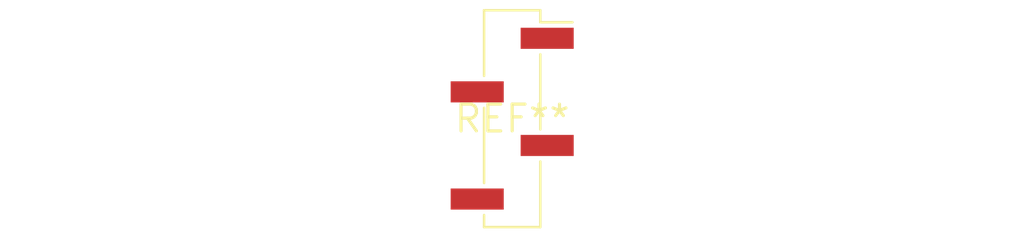
<source format=kicad_pcb>
(kicad_pcb (version 20240108) (generator pcbnew)
  (layers (0 "F.Cu" signal) (31 "B.Cu" signal) (34 "B.Paste" user) (35 "F.Paste" user) (36 "B.SilkS" user "B.Silkscreen") (37 "F.SilkS" user "F.Silkscreen") (38 "B.Mask" user) (39 "F.Mask" user) (44 "Edge.Cuts" user))
  (net 0 "")
  (footprint "PinHeader_1x04_P2.54mm_Vertical_SMD_Pin1Right" (layer "F.Cu") (at 0 0)
    (property "Reference" "REF**")
    (property "Value" "PinHeader_1x04_P2.54mm_Vertical_SMD_Pin1Right")
    (fp_line (start -1.33 -5.14) (end -1.33 -2.03) (layer "F.SilkS") (stroke (width 0.12)))
    (fp_line (start -1.33 -5.14) (end 1.33 -5.14) (layer "F.SilkS") (stroke (width 0.12)))
    (fp_line (start -1.33 -0.51) (end -1.33 3.05) (layer "F.SilkS") (stroke (width 0.12)))
    (fp_line (start -1.33 4.57) (end -1.33 5.14) (layer "F.SilkS") (stroke (width 0.12)))
    (fp_line (start -1.33 5.14) (end 1.33 5.14) (layer "F.SilkS") (stroke (width 0.12)))
    (fp_line (start 1.33 -5.14) (end 1.33 -4.57) (layer "F.SilkS") (stroke (width 0.12)))
    (fp_line (start 1.33 -4.57) (end 2.85 -4.57) (layer "F.SilkS") (stroke (width 0.12)))
    (fp_line (start 1.33 -3.05) (end 1.33 0.51) (layer "F.SilkS") (stroke (width 0.12)))
    (fp_line (start 1.33 2.03) (end 1.33 5.14) (layer "F.SilkS") (stroke (width 0.12)))
    (pad "1" smd rect (at 1.655 -3.81) (size 2.51 1) (layers "F.Cu" "F.Paste" "F.Mask"))
    (pad "2" smd rect (at -1.655 -1.27) (size 2.51 1) (layers "F.Cu" "F.Paste" "F.Mask"))
    (pad "3" smd rect (at 1.655 1.27) (size 2.51 1) (layers "F.Cu" "F.Paste" "F.Mask"))
    (pad "4" smd rect (at -1.655 3.81) (size 2.51 1) (layers "F.Cu" "F.Paste" "F.Mask"))
  )
)
</source>
